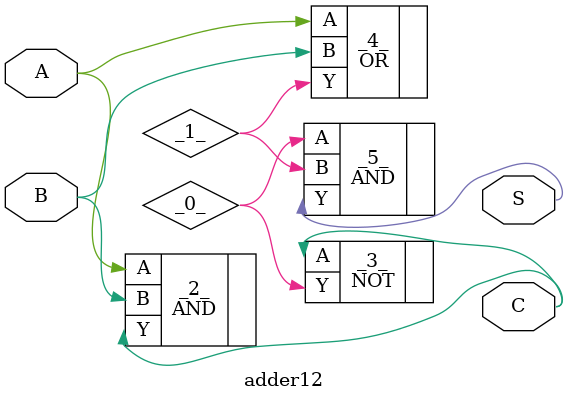
<source format=v>
/* Generated by Yosys 0.41+83 (git sha1 7045cf509, x86_64-w64-mingw32-g++ 13.2.1 -Os) */

/* cells_not_processed =  1  */
/* src = "adder12.v:2.1-20.10" */
module adder12(A, B, S, C);
  wire _0_;
  wire _1_;
  /* src = "adder12.v:3.7-3.8" */
  input A;
  wire A;
  /* src = "adder12.v:3.10-3.11" */
  input B;
  wire B;
  /* src = "adder12.v:4.15-4.16" */
  output C;
  wire C;
  /* src = "adder12.v:4.12-4.13" */
  output S;
  wire S;
  AND _2_ (
    .A(A),
    .B(B),
    .Y(C)
  );
  NOT _3_ (
    .A(C),
    .Y(_0_)
  );
  OR _4_ (
    .A(A),
    .B(B),
    .Y(_1_)
  );
  AND _5_ (
    .A(_0_),
    .B(_1_),
    .Y(S)
  );
endmodule

</source>
